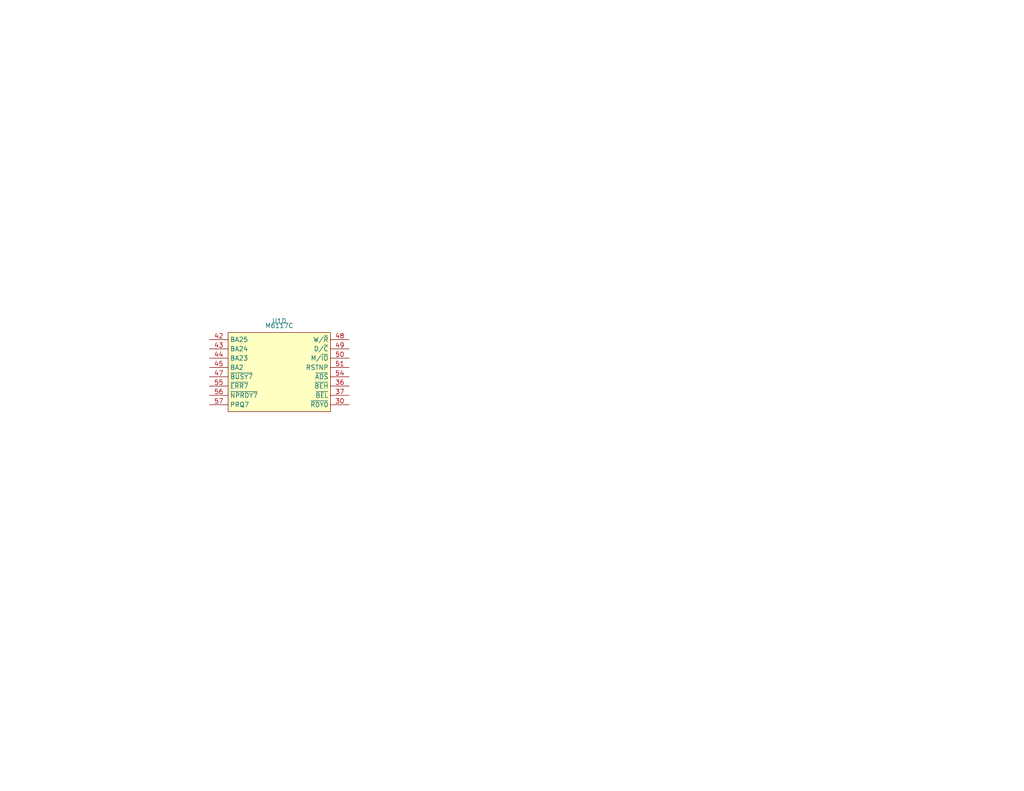
<source format=kicad_sch>
(kicad_sch (version 20231120) (generator "eeschema") (generator_version "8.0")
  (paper "USLetter")
  (lib_symbols
    (symbol "pc-parts:M6117C"
      (property "Reference" "U" (at 0 0 0))
      (symbol "M6117C_1_0"
        (unit_name "Power")
        (pin power_in line (at 17.78 12.7 270) (length 5.08) (name "VCC") (number "1"))
        (pin power_in line (at -1.27 -12.7 90) (length 5.08) (name "GND") (number "104"))
        (pin power_in line (at -2.54 12.7 270) (length 5.08) (name "VCC") (number "105"))
        (pin power_in line (at 1.27 -12.7 90) (length 5.08) (name "GND") (number "118"))
        (pin power_in line (at 3.81 -12.7 90) (length 5.08) (name "GND") (number "121"))
        (pin power_in line (at -5.08 12.7 270) (length 5.08) (name "VCC") (number "125"))
        (pin power_in line (at 6.35 -12.7 90) (length 5.08) (name "GND") (number "132"))
        (pin power_in line (at -7.62 12.7 270) (length 5.08) (name "VCC") (number "137"))
        (pin power_in line (at 15.24 12.7 270) (length 5.08) (name "VCC") (number "15"))
        (pin power_in line (at -10.16 12.7 270) (length 5.08) (name "VCC") (number "150"))
        (pin power_in line (at 8.89 -12.7 90) (length 5.08) (name "GND") (number "156"))
        (pin power_in line (at -12.7 12.7 270) (length 5.08) (name "VCC") (number "157"))
        (pin power_in line (at 11.43 -12.7 90) (length 5.08) (name "GND") (number "161"))
        (pin power_in line (at 13.97 -12.7 90) (length 5.08) (name "GND") (number "169"))
        (pin power_in line (at -15.24 12.7 270) (length 5.08) (name "VCC") (number "182"))
        (pin power_in line (at 16.51 -12.7 90) (length 5.08) (name "GND") (number "188"))
        (pin power_in line (at -17.78 12.7 270) (length 5.08) (name "VCC") (number "197"))
        (pin power_in line (at 19.05 -12.7 90) (length 5.08) (name "GND") (number "208"))
        (pin power_in line (at -16.51 -12.7 90) (length 5.08) (name "GND") (number "31"))
        (pin power_in line (at 12.7 12.7 270) (length 5.08) (name "VCC") (number "38"))
        (pin power_in line (at -13.97 -12.7 90) (length 5.08) (name "GND") (number "40"))
        (pin power_in line (at 10.16 12.7 270) (length 5.08) (name "VCC") (number "46"))
        (pin power_in line (at -11.43 -12.7 90) (length 5.08) (name "GND") (number "52"))
        (pin power_in line (at 7.62 12.7 270) (length 5.08) (name "VCC") (number "53"))
        (pin power_in line (at 5.08 12.7 270) (length 5.08) (name "VCC") (number "59"))
        (pin power_in line (at -8.89 -12.7 90) (length 5.08) (name "GND") (number "65"))
        (pin power_in line (at 2.54 12.7 270) (length 5.08) (name "VCC") (number "76"))
        (pin power_in line (at -19.05 -12.7 90) (length 5.08) (name "GND") (number "8"))
        (pin power_in line (at -6.35 -12.7 90) (length 5.08) (name "GND") (number "81"))
        (pin power_in line (at 0 12.7 270) (length 5.08) (name "VCC") (number "85"))
        (pin power_in line (at -3.81 -12.7 90) (length 5.08) (name "GND") (number "94"))
      )
      (symbol "M6117C_1_1"
        (unit_name "Power")
        (rectangle (start -20.955 7.62) (end 20.955 -7.62) (fill (type background)))
      )
      (symbol "M6117C_2_0"
        (unit_name "RAM")
        (pin output line (at -19.05 16.51 0) (length 5.08) (name "MA6") (number "100"))
        (pin output line (at -19.05 19.05 0) (length 5.08) (name "MA5") (number "101"))
        (pin output line (at -19.05 21.59 0) (length 5.08) (name "MA4") (number "102"))
        (pin output line (at -19.05 24.13 0) (length 5.08) (name "MA3") (number "103"))
        (pin output line (at -19.05 26.67 0) (length 5.08) (name "MA2") (number "106"))
        (pin output line (at -19.05 29.21 0) (length 5.08) (name "MA1") (number "107"))
        (pin output line (at -19.05 31.75 0) (length 5.08) (name "MA0") (number "108"))
        (pin bidirectional line (at 19.05 -6.35 180) (length 5.08) (name "BD15") (number "58"))
        (pin bidirectional line (at 19.05 -3.81 180) (length 5.08) (name "BD14") (number "60"))
        (pin bidirectional line (at 19.05 -1.27 180) (length 5.08) (name "BD13") (number "61"))
        (pin bidirectional line (at 19.05 1.27 180) (length 5.08) (name "BD12") (number "62"))
        (pin bidirectional line (at 19.05 3.81 180) (length 5.08) (name "BD11") (number "63"))
        (pin bidirectional line (at 19.05 6.35 180) (length 5.08) (name "BD10") (number "64"))
        (pin bidirectional line (at 19.05 8.89 180) (length 5.08) (name "BD9") (number "66"))
        (pin bidirectional line (at 19.05 11.43 180) (length 5.08) (name "BD8") (number "67"))
        (pin bidirectional line (at 19.05 13.97 180) (length 5.08) (name "BD7") (number "68"))
        (pin bidirectional line (at 19.05 16.51 180) (length 5.08) (name "BD6") (number "69"))
        (pin bidirectional line (at 19.05 19.05 180) (length 5.08) (name "BD5") (number "70"))
        (pin bidirectional line (at 19.05 21.59 180) (length 5.08) (name "BD4") (number "71"))
        (pin bidirectional line (at 19.05 24.13 180) (length 5.08) (name "BD3") (number "72"))
        (pin bidirectional line (at 19.05 26.67 180) (length 5.08) (name "BD2") (number "73"))
        (pin bidirectional line (at 19.05 29.21 180) (length 5.08) (name "BD1") (number "74"))
        (pin bidirectional line (at 19.05 31.75 180) (length 5.08) (name "BD0") (number "75"))
        (pin bidirectional line (at 19.05 -11.43 180) (length 5.08) (name "PDH") (number "77"))
        (pin bidirectional line (at 19.05 -13.97 180) (length 5.08) (name "PDL") (number "78"))
        (pin output line (at 19.05 -19.05 180) (length 5.08) (name "~{WE}") (number "79"))
        (pin output line (at -19.05 -8.89 0) (length 5.08) (name "~{RAS3}") (number "80"))
        (pin output line (at -19.05 -6.35 0) (length 5.08) (name "~{RAS2}") (number "82"))
        (pin output line (at -19.05 -3.81 0) (length 5.08) (name "~{RAS1}") (number "83"))
        (pin output line (at -19.05 -1.27 0) (length 5.08) (name "~{RAS0}") (number "84"))
        (pin output line (at -19.05 -31.75 0) (length 5.08) (name "~{CAS3H}") (number "86"))
        (pin output line (at -19.05 -29.21 0) (length 5.08) (name "~{CAS3L}") (number "87"))
        (pin output line (at -19.05 -26.67 0) (length 5.08) (name "~{CAS2H}") (number "88"))
        (pin output line (at -19.05 -24.13 0) (length 5.08) (name "~{CAS2L}") (number "89"))
        (pin output line (at -19.05 -21.59 0) (length 5.08) (name "~{CAS1H}") (number "90"))
        (pin output line (at -19.05 -19.05 0) (length 5.08) (name "~{CAS1L}") (number "91"))
        (pin output line (at -19.05 -16.51 0) (length 5.08) (name "~{CAS0H}") (number "92"))
        (pin output line (at -19.05 -13.97 0) (length 5.08) (name "~{CAS0L}") (number "93"))
        (pin output line (at -19.05 3.81 0) (length 5.08) (name "MA11") (number "95"))
        (pin output line (at -19.05 6.35 0) (length 5.08) (name "MA10") (number "96"))
        (pin output line (at -19.05 8.89 0) (length 5.08) (name "MA9") (number "97"))
        (pin output line (at -19.05 11.43 0) (length 5.08) (name "MA8") (number "98"))
        (pin output line (at -19.05 13.97 0) (length 5.08) (name "MA7") (number "99"))
      )
      (symbol "M6117C_2_1"
        (unit_name "RAM")
        (rectangle (start -13.97 33.655) (end 13.97 -33.655) (fill (type background)))
      )
      (symbol "M6117C_3_0"
        (unit_name "RTC and ROM Interface")
        (pin output line (at -19.05 0 0) (length 5.08) (name "AS") (number "109"))
        (pin power_in line (at -19.05 12.7 0) (length 5.08) (name "VBAT") (number "110"))
        (pin input line (at -19.05 7.62 0) (length 5.08) (name "XTAL1") (number "111"))
        (pin output line (at -19.05 5.08 0) (length 5.08) (name "XTAL2") (number "112"))
        (pin output line (at -19.05 -5.08 0) (length 5.08) (name "~{RTCW}") (number "114"))
        (pin output line (at -19.05 -7.62 0) (length 5.08) (name "~{RTCR}") (number "115"))
        (pin input line (at -19.05 -12.7 0) (length 5.08) (name "~{IRQ8}") (number "116"))
        (pin bidirectional line (at 19.05 -10.16 180) (length 5.08) (name "~{ROMKBCS}") (number "119"))
        (pin bidirectional line (at 19.05 -5.08 180) (length 5.08) (name "XD7") (number "128"))
        (pin bidirectional line (at 19.05 -2.54 180) (length 5.08) (name "XD6") (number "129"))
        (pin bidirectional line (at 19.05 0 180) (length 5.08) (name "XD5") (number "130"))
        (pin bidirectional line (at 19.05 2.54 180) (length 5.08) (name "XD4") (number "131"))
        (pin bidirectional line (at 19.05 5.08 180) (length 5.08) (name "XD3") (number "133"))
        (pin bidirectional line (at 19.05 7.62 180) (length 5.08) (name "XD2") (number "134"))
        (pin bidirectional line (at 19.05 10.16 180) (length 5.08) (name "XD1") (number "135"))
        (pin bidirectional line (at 19.05 12.7 180) (length 5.08) (name "XD0") (number "136"))
      )
      (symbol "M6117C_3_1"
        (unit_name "RTC and ROM Interface")
        (rectangle (start -13.97 15.24) (end 13.97 -15.24) (fill (type background)))
      )
      (symbol "M6117C_4_0"
        (unit_name "NPU Interface")
        (pin output line (at 19.05 -8.89 180) (length 5.08) (name "~{RDY0}") (number "30"))
        (pin output line (at 19.05 -3.81 180) (length 5.08) (name "~{BEH}") (number "36"))
        (pin output line (at 19.05 -6.35 180) (length 5.08) (name "~{BEL}") (number "37"))
        (pin output line (at -19.05 8.89 0) (length 5.08) (name "BA25") (number "42"))
        (pin output line (at -19.05 6.35 0) (length 5.08) (name "BA24") (number "43"))
        (pin output line (at -19.05 3.81 0) (length 5.08) (name "BA23") (number "44"))
        (pin output line (at -19.05 1.27 0) (length 5.08) (name "BA2") (number "45"))
        (pin input line (at -19.05 -1.27 0) (length 5.08) (name "~{BUSY7}") (number "47"))
        (pin output line (at 19.05 8.89 180) (length 5.08) (name "W/~{R}") (number "48"))
        (pin output line (at 19.05 6.35 180) (length 5.08) (name "D/~{C}") (number "49"))
        (pin output line (at 19.05 3.81 180) (length 5.08) (name "M/~{IO}") (number "50"))
        (pin output line (at 19.05 1.27 180) (length 5.08) (name "RSTNP") (number "51"))
        (pin output line (at 19.05 -1.27 180) (length 5.08) (name "~{ADS}") (number "54"))
        (pin input line (at -19.05 -3.81 0) (length 5.08) (name "~{ERR7}") (number "55"))
        (pin input line (at -19.05 -6.35 0) (length 5.08) (name "~{NPRDY7}") (number "56"))
        (pin input line (at -19.05 -8.89 0) (length 5.08) (name "PRQ7") (number "57"))
      )
      (symbol "M6117C_4_1"
        (unit_name "NPU Interface")
        (rectangle (start -13.97 10.795) (end 13.97 -10.795) (fill (type background)))
      )
      (symbol "M6117C_5_0"
        (unit_name "Keyboard and Mouse")
        (pin bidirectional line (at 19.05 5.08 180) (length 5.08) (name "KBCLK") (number "122"))
        (pin bidirectional line (at 19.05 2.54 180) (length 5.08) (name "KBDATA") (number "123"))
        (pin bidirectional line (at 19.05 -5.08 180) (length 5.08) (name "MSDATA/IRQ12") (number "155"))
        (pin bidirectional line (at 19.05 -2.54 180) (length 5.08) (name "MSCLK") (number "34"))
      )
      (symbol "M6117C_5_1"
        (unit_name "Keyboard and Mouse")
        (rectangle (start -13.97 6.985) (end 13.97 -6.985) (fill (type background)))
      )
      (symbol "M6117C_6_0"
        (unit_name "ISA Interface")
        (pin bidirectional line (at 19.05 25.4 180) (length 5.08) (name "SD12") (number "10"))
        (pin bidirectional line (at 19.05 22.86 180) (length 5.08) (name "SD13") (number "11"))
        (pin bidirectional line (at 19.05 20.32 180) (length 5.08) (name "SD14") (number "12"))
        (pin bidirectional line (at -19.05 -27.94 0) (length 5.08) (name "IRQ1") (number "124"))
        (pin bidirectional line (at 19.05 17.78 180) (length 5.08) (name "SD15") (number "13"))
        (pin bidirectional line (at 19.05 38.1 180) (length 5.08) (name "SD7") (number "138"))
        (pin bidirectional line (at 19.05 40.64 180) (length 5.08) (name "SD6") (number "139"))
        (pin output line (at -19.05 38.1 0) (length 5.08) (name "TC") (number "14"))
        (pin bidirectional line (at 19.05 43.18 180) (length 5.08) (name "SD5") (number "140"))
        (pin bidirectional line (at 19.05 45.72 180) (length 5.08) (name "SD4") (number "141"))
        (pin bidirectional line (at 19.05 48.26 180) (length 5.08) (name "SD3") (number "142"))
        (pin bidirectional line (at 19.05 50.8 180) (length 5.08) (name "SD2") (number "143"))
        (pin bidirectional line (at 19.05 53.34 180) (length 5.08) (name "SD1") (number "144"))
        (pin bidirectional line (at 19.05 55.88 180) (length 5.08) (name "SD0") (number "145"))
        (pin input line (at -19.05 -43.18 0) (length 5.08) (name "IRQ9") (number "146"))
        (pin input line (at -19.05 -40.64 0) (length 5.08) (name "IRQ7") (number "147"))
        (pin input line (at -19.05 -38.1 0) (length 5.08) (name "IRQ6") (number "148"))
        (pin input line (at -19.05 -35.56 0) (length 5.08) (name "IRQ5") (number "149"))
        (pin input line (at -19.05 -33.02 0) (length 5.08) (name "IRQ4") (number "151"))
        (pin input line (at -19.05 -30.48 0) (length 5.08) (name "IRQ3") (number "152"))
        (pin input line (at -19.05 -45.72 0) (length 5.08) (name "IRQ10") (number "153"))
        (pin input line (at -19.05 -48.26 0) (length 5.08) (name "IRQ11") (number "154"))
        (pin input line (at -19.05 -50.8 0) (length 5.08) (name "IRQ14") (number "158"))
        (pin input line (at -19.05 -53.34 0) (length 5.08) (name "IRQ15") (number "159"))
        (pin bidirectional line (at -19.05 10.16 0) (length 5.08) (name "~{DACK0}") (number "16"))
        (pin bidirectional line (at -19.05 35.56 0) (length 5.08) (name "~{REFRESH}") (number "163"))
        (pin input line (at -19.05 33.02 0) (length 5.08) (name "IOCHRDY") (number "164"))
        (pin bidirectional line (at -19.05 30.48 0) (length 5.08) (name "~{IOR}") (number "166"))
        (pin bidirectional line (at -19.05 27.94 0) (length 5.08) (name "~{IOW}") (number "167"))
        (pin output line (at -19.05 25.4 0) (length 5.08) (name "~{SMEMR}") (number "168"))
        (pin bidirectional line (at -19.05 7.62 0) (length 5.08) (name "DRQ0") (number "17"))
        (pin output line (at -19.05 22.86 0) (length 5.08) (name "~{SMEMW}") (number "170"))
        (pin bidirectional line (at -19.05 20.32 0) (length 5.08) (name "~{MRD}") (number "171"))
        (pin bidirectional line (at -19.05 17.78 0) (length 5.08) (name "~{MWT}") (number "172"))
        (pin output line (at -19.05 15.24 0) (length 5.08) (name "BALE") (number "173"))
        (pin bidirectional line (at 19.05 -35.56 180) (length 5.08) (name "~{HDCS1}/SA19") (number "174"))
        (pin bidirectional line (at 19.05 -33.02 180) (length 5.08) (name "~{HDCS0}/SA18") (number "175"))
        (pin bidirectional line (at 19.05 -30.48 180) (length 5.08) (name "~{HDEN}/SA17") (number "176"))
        (pin bidirectional line (at 19.05 -27.94 180) (length 5.08) (name "SA16") (number "177"))
        (pin bidirectional line (at 19.05 -25.4 180) (length 5.08) (name "SA15") (number "178"))
        (pin bidirectional line (at 19.05 -22.86 180) (length 5.08) (name "SA14") (number "179"))
        (pin bidirectional line (at -19.05 5.08 0) (length 5.08) (name "~{DACK1}") (number "18"))
        (pin bidirectional line (at 19.05 -20.32 180) (length 5.08) (name "SA13") (number "180"))
        (pin bidirectional line (at 19.05 -17.78 180) (length 5.08) (name "SA12") (number "181"))
        (pin bidirectional line (at 19.05 -15.24 180) (length 5.08) (name "SA11") (number "183"))
        (pin bidirectional line (at 19.05 -12.7 180) (length 5.08) (name "SA10") (number "184"))
        (pin bidirectional line (at 19.05 -10.16 180) (length 5.08) (name "SA9") (number "185"))
        (pin bidirectional line (at 19.05 -7.62 180) (length 5.08) (name "SA8") (number "186"))
        (pin bidirectional line (at 19.05 -5.08 180) (length 5.08) (name "SA7") (number "187"))
        (pin bidirectional line (at 19.05 -2.54 180) (length 5.08) (name "SA6") (number "189"))
        (pin bidirectional line (at -19.05 2.54 0) (length 5.08) (name "DRQ1") (number "19"))
        (pin bidirectional line (at 19.05 0 180) (length 5.08) (name "SA5") (number "190"))
        (pin bidirectional line (at 19.05 2.54 180) (length 5.08) (name "SA4") (number "191"))
        (pin bidirectional line (at 19.05 5.08 180) (length 5.08) (name "SA3") (number "192"))
        (pin bidirectional line (at 19.05 7.62 180) (length 5.08) (name "SA2") (number "193"))
        (pin bidirectional line (at 19.05 10.16 180) (length 5.08) (name "SA1") (number "194"))
        (pin bidirectional line (at 19.05 12.7 180) (length 5.08) (name "SA0") (number "195"))
        (pin input line (at -19.05 48.26 0) (length 5.08) (name "~{IOCHK}") (number "196"))
        (pin input line (at -19.05 45.72 0) (length 5.08) (name "~{MASTER}") (number "198"))
        (pin bidirectional line (at -19.05 43.18 0) (length 5.08) (name "AEN") (number "199"))
        (pin bidirectional line (at -19.05 0 0) (length 5.08) (name "~{DACK2}") (number "20"))
        (pin bidirectional line (at -19.05 40.64 0) (length 5.08) (name "~{BHE}") (number "200"))
        (pin bidirectional line (at 19.05 -55.88 180) (length 5.08) (name "LA23") (number "201"))
        (pin bidirectional line (at 19.05 -53.34 180) (length 5.08) (name "LA22") (number "202"))
        (pin bidirectional line (at 19.05 -50.8 180) (length 5.08) (name "LA21") (number "203"))
        (pin bidirectional line (at 19.05 -48.26 180) (length 5.08) (name "LA20") (number "204"))
        (pin bidirectional line (at 19.05 -45.72 180) (length 5.08) (name "LA19") (number "205"))
        (pin bidirectional line (at 19.05 -43.18 180) (length 5.08) (name "LA18") (number "206"))
        (pin bidirectional line (at 19.05 -40.64 180) (length 5.08) (name "LA17") (number "207"))
        (pin bidirectional line (at -19.05 -2.54 0) (length 5.08) (name "DRQ2") (number "21"))
        (pin bidirectional line (at -19.05 -5.08 0) (length 5.08) (name "~{DACK3}") (number "22"))
        (pin bidirectional line (at -19.05 -7.62 0) (length 5.08) (name "DRQ3") (number "23"))
        (pin bidirectional line (at -19.05 -10.16 0) (length 5.08) (name "~{DACK5}") (number "24"))
        (pin bidirectional line (at -19.05 -12.7 0) (length 5.08) (name "DRQ5") (number "25"))
        (pin bidirectional line (at -19.05 -15.24 0) (length 5.08) (name "~{DACK6}") (number "26"))
        (pin bidirectional line (at -19.05 -17.78 0) (length 5.08) (name "DRQ6") (number "27"))
        (pin bidirectional line (at -19.05 -20.32 0) (length 5.08) (name "~{DACK7}") (number "28"))
        (pin bidirectional line (at -19.05 -22.86 0) (length 5.08) (name "DRQ7") (number "29"))
        (pin input line (at -19.05 53.34 0) (length 5.08) (name "~{IO16}") (number "3"))
        (pin input line (at -19.05 50.8 0) (length 5.08) (name "~{MEM16}") (number "4"))
        (pin bidirectional line (at 19.05 35.56 180) (length 5.08) (name "SD8") (number "5"))
        (pin bidirectional line (at 19.05 33.02 180) (length 5.08) (name "SD9") (number "6"))
        (pin bidirectional line (at 19.05 30.48 180) (length 5.08) (name "SD10") (number "7"))
        (pin bidirectional line (at 19.05 27.94 180) (length 5.08) (name "SD11") (number "9"))
      )
      (symbol "M6117C_6_1"
        (unit_name "ISA Interface")
        (rectangle (start -13.97 58.42) (end 13.97 -58.42) (fill (type background)))
      )
      (symbol "M6117C_7_0"
        (unit_name "Oscillators and Misc")
        (pin input line (at -19.05 5.08 0) (length 5.08) (name "PWG") (number "113"))
        (pin input line (at -19.05 10.16 0) (length 5.08) (name "OSC14M") (number "117"))
        (pin output line (at 19.05 10.16 180) (length 5.08) (name "CK7M") (number "120"))
        (pin input line (at -19.05 -10.16 0) (length 5.08) (name "EXTSW2") (number "126"))
        (pin input line (at -19.05 -12.7 0) (length 5.08) (name "EXTSW1") (number "127"))
        (pin output line (at 19.05 7.62 180) (length 5.08) (name "ATCLK") (number "160"))
        (pin output line (at 19.05 2.54 180) (length 5.08) (name "RSTDRV") (number "162"))
        (pin input line (at -19.05 -5.08 0) (length 5.08) (name "~{NOWS}") (number "165"))
        (pin input line (at -19.05 0 0) (length 5.08) (name "~{TEST}") (number "2"))
        (pin output line (at 19.05 -2.54 180) (length 5.08) (name "SPKR") (number "32"))
        (pin output line (at 19.05 -7.62 180) (length 5.08) (name "CPUSPD") (number "33"))
        (pin output line (at 19.05 -12.7 180) (length 5.08) (name "ENPOWER") (number "35"))
        (pin input line (at -19.05 12.7 0) (length 5.08) (name "BCLK2") (number "39"))
        (pin output line (at 19.05 12.7 180) (length 5.08) (name "BCLK1") (number "41"))
      )
      (symbol "M6117C_7_1"
        (unit_name "Oscillators and Misc")
        (rectangle (start -13.97 15.24) (end 13.97 -15.24) (fill (type background)))
      )
    )
  )
  (symbol (lib_id "pc-parts:M6117C") (at 76.2 101.6 0) (unit 4)
    (property "Reference" "U1" (at 76.2 87.63 0))
    (property "Value" "M6117C" (at 76.2 88.9 0))
  )
)
</source>
